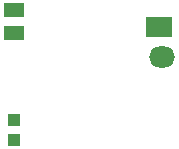
<source format=gts>
G04*
G04 #@! TF.GenerationSoftware,Altium Limited,Altium Designer,18.1.7 (191)*
G04*
G04 Layer_Color=8388736*
%FSLAX25Y25*%
%MOIN*%
G70*
G01*
G75*
%ADD15R,0.03950X0.03950*%
%ADD16R,0.06509X0.04540*%
%ADD17O,0.08674X0.07099*%
%ADD18R,0.08674X0.07099*%
D15*
X41339Y37402D02*
D03*
Y43898D02*
D03*
D16*
Y72835D02*
D03*
Y80512D02*
D03*
D17*
X90551Y64961D02*
D03*
D18*
X89551Y74961D02*
D03*
M02*

</source>
